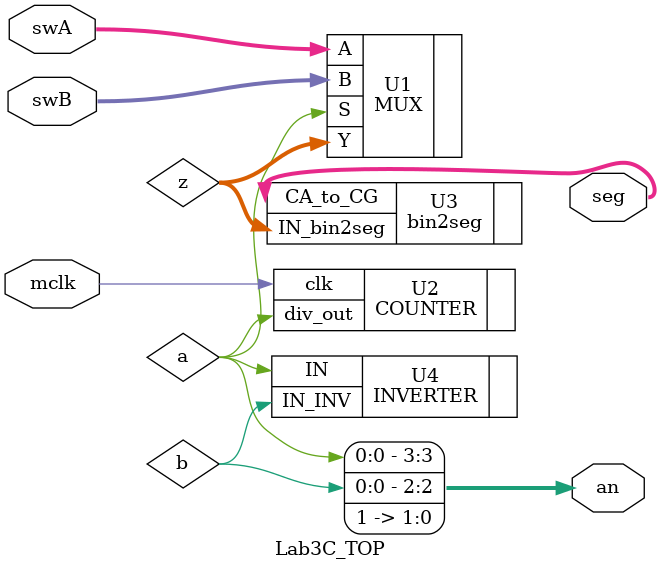
<source format=v>
`timescale 1ns / 1ps
/* *********************************************************************************
*	Module name: Lab3C_TOP.v
*	Description: This code implements the logic for a typical 7sd to display '0' to
*					 'F' on two 7sd, each indepently controlled and based on two groups
*					 of select input switches.
*
*	Author				Date						Revision		Comments	
***************************************************************
*	Leonardo Fusser	20 September 2021		v1.0.0		Created Lab3C_TOP.v file.
*																		Completed Lab3C_TOP.v file.
*
*************************************************************************************/

module Lab3C_TOP(
	input [3:0] swA,	//4-bit select input (A sw group).
	input [3:0] swB,	//4-bit select input (B sw group).
	input [0:0] mclk,	//1-bit select input (Basys2 clock).
	output [6:0] seg,	//7-bit select output (for 7sd).
	output [3:0] an	//4-bit select output (for 7sd select).
   );
	
	wire a,b;		//Wire.
	wire [3:0] z;	//Wire.
	
	assign an[0] = 1'b1;	//Turns off first 7sd.
	assign an[1] = 1'b1;	//Turns off second 7sd.
	assign an[2] = b;		//Interface between "INVERTER" to third 7sd.
	assign an[3] = a;		//Interace between "INVERTER", "MUX" and "COUNTER" to fourth 7sd.
		
	/*Instantiation for 2x1 MUX*/
	MUX U1(
		.A(swA),	//Connects MUX input 'A' to input sw group 'A'.
		.B(swB),	//Connects MUX input 'B' to input sw group 'B'.
		.S(a),	//Connects MUX select input 'S' to wire 'a'.
		.Y(z)		//Connects MUX output 'Y' to wire 'z'.
	);
	
	/*Instantiation for clock*/
	COUNTER U2(
		.clk(mclk),	//Connects COUNTER input 'clk' to input 'mclk'.
		.div_out(a)	//Connects COUNTER output 'div_out' to wire 'a'.
	);
	
	/*Instantiation for binary-segment decoder*/
	bin2seg U3(
		.IN_bin2seg(z),	//Connects bin2seg input 'IN_bin2seg' to wire 'z'.
		.CA_to_CG(seg)		//Connects bin2seg output 'CA_to_CG' to output 'seg'.
	);
	
	/*Instantiation for inverter*/
	INVERTER U4(
		.IN(a),		//Connects INVERTER input 'IN' to wire 'a'.
		.IN_INV(b)	//Connects INVERTER output 'IN_INV' to wire 'b'.
	);

endmodule

</source>
